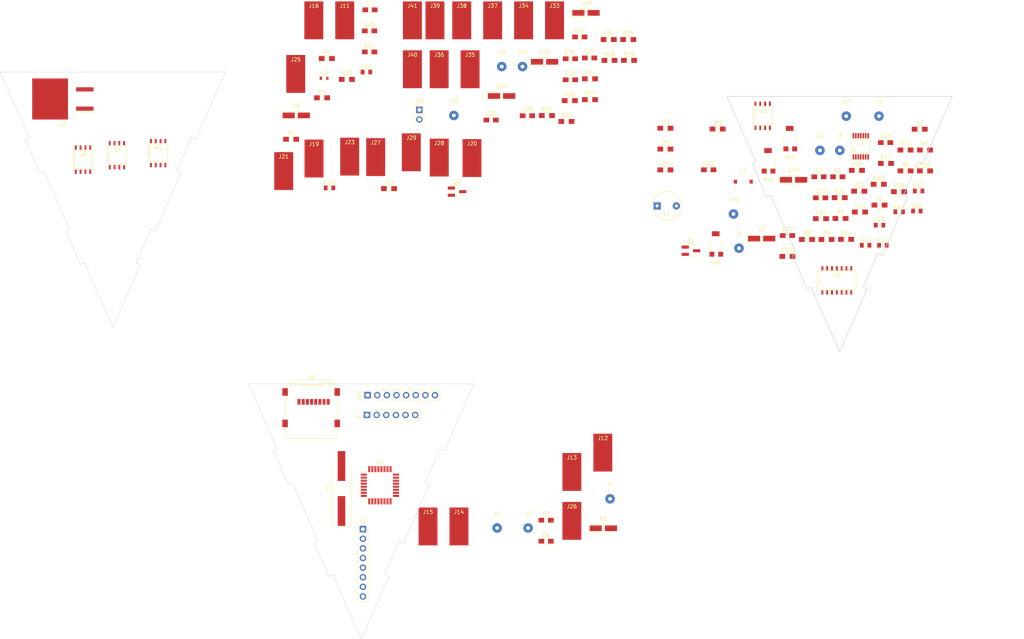
<source format=kicad_pcb>
(kicad_pcb (version 20170123) (host pcbnew no-vcs-found)
  (layers (0 F.Cu signal) (31 B.Cu signal) (34 B.Paste user) (35 F.Paste user) (36 B.SilkS user) (37 F.SilkS user) (38 B.Mask user) (39 F.Mask user) (44 Edge.Cuts user))
  (net 0 "")
  (net 1 GND)
  (net 2 "Net-(C1-Pad1)")
  (net 3 "Net-(C2-Pad2)")
  (net 4 "Net-(C2-Pad1)")
  (net 5 "Net-(C18-Pad1)")
  (net 6 "Net-(C10-Pad1)")
  (net 7 "Net-(C5-Pad1)")
  (net 8 +3V3)
  (net 9 "Net-(C7-Pad1)")
  (net 10 +5V)
  (net 11 "Net-(C10-Pad2)")
  (net 12 /PWM_LP_OUT)
  (net 13 VCC)
  (net 14 "Net-(C13-Pad1)")
  (net 15 "Net-(C14-Pad1)")
  (net 16 "Net-(C16-Pad2)")
  (net 17 "/fm radio/THER_OUT")
  (net 18 "Net-(C18-Pad2)")
  (net 19 "Net-(C19-Pad2)")
  (net 20 "Net-(C19-Pad1)")
  (net 21 "Net-(C20-Pad1)")
  (net 22 "Net-(C20-Pad2)")
  (net 23 "Net-(C21-Pad1)")
  (net 24 "Net-(C23-Pad1)")
  (net 25 "Net-(C24-Pad1)")
  (net 26 "Net-(C24-Pad2)")
  (net 27 "Net-(C25-Pad1)")
  (net 28 "Net-(C26-Pad1)")
  (net 29 "Net-(C26-Pad2)")
  (net 30 /sensorboard/HF_OUTT)
  (net 31 "Net-(C29-Pad1)")
  (net 32 "Net-(C29-Pad2)")
  (net 33 "Net-(C30-Pad1)")
  (net 34 "Net-(C30-Pad2)")
  (net 35 "Net-(C31-Pad1)")
  (net 36 "Net-(C33-Pad1)")
  (net 37 "Net-(D1-Pad2)")
  (net 38 /TX)
  (net 39 /SDA)
  (net 40 /SCL)
  (net 41 /ADC_CO2)
  (net 42 /ADC_LIGHT)
  (net 43 /SPARE_ADC)
  (net 44 /ADC_MUSHROOM)
  (net 45 /SCK)
  (net 46 /MISO)
  (net 47 /MOSI)
  (net 48 "Net-(J7-Pad5)")
  (net 49 "Net-(J8-Pad1)")
  (net 50 /SS)
  (net 51 "Net-(J8-Pad8)")
  (net 52 "Net-(J8-Pad9)")
  (net 53 "Net-(J10-Pad3)")
  (net 54 /TEMP_CS)
  (net 55 "Net-(J10-Pad8)")
  (net 56 /MUSH_555)
  (net 57 "/fm radio/PWM_LF_OUTT")
  (net 58 "/fm radio/HF_OUTT")
  (net 59 "Net-(J24-Pad1)")
  (net 60 /RF_EN)
  (net 61 "/fm radio/RF_EN")
  (net 62 "/fm radio/555_OUTT")
  (net 63 /sensorboard/SDA)
  (net 64 /sensorboard/SCL)
  (net 65 /sensorboard/MUSH_555)
  (net 66 "Net-(JP1-Pad2)")
  (net 67 "Net-(M1-Pad5)")
  (net 68 "Net-(M1-Pad6)")
  (net 69 "Net-(M1-Pad7)")
  (net 70 /PWM_OUT)
  (net 71 "Net-(R16-Pad1)")
  (net 72 "Net-(R11-Pad2)")
  (net 73 "Net-(R10-Pad1)")
  (net 74 "Net-(R11-Pad1)")
  (net 75 "Net-(R12-Pad2)")
  (net 76 "Net-(R12-Pad1)")
  (net 77 "Net-(R14-Pad1)")
  (net 78 "Net-(R18-Pad1)")
  (net 79 "Net-(R19-Pad1)")
  (net 80 "Net-(R20-Pad1)")
  (net 81 "Net-(R21-Pad1)")
  (net 82 "Net-(R22-Pad2)")
  (net 83 "Net-(R24-Pad2)")
  (net 84 "Net-(R26-Pad2)")
  (net 85 "Net-(RV3-Pad3)")
  (net 86 "Net-(U1-Pad2)")
  (net 87 "Net-(U1-Pad9)")
  (net 88 "Net-(U1-Pad10)")
  (net 89 "Net-(U1-Pad11)")
  (net 90 "Net-(U1-Pad19)")
  (net 91 "Net-(U1-Pad22)")
  (net 92 "Net-(U1-Pad30)")
  (net 93 "Net-(U6-Pad8)")
  (net 94 "Net-(U6-Pad5)")
  (net 95 "Net-(U6-Pad1)")
  (net 96 "Net-(U7-Pad5)")
  (module new_kicad:Potentiometer_Trimmer-23Breichelt (layer F.Cu) (at 222.377291 82.7014)
    (fp_text reference RV1 (at 0 3.83) (layer F.SilkS))
    (fp_text value 10K)
    (pad 2 smd rect (at -0.1 -3.8) (size 2 1.3) (layers F.Cu F.Paste F.Mask) (net 75 "Net-(R12-Pad2)"))
    (pad 3 smd rect (at 1.2 1.6) (size 1.3 1.3) (layers F.Cu F.Paste F.Mask) (net 73 "Net-(R10-Pad1)"))
    (pad 1 smd rect (at -1.1 1.6) (size 1.3 1.3) (layers F.Cu F.Paste F.Mask) (net 75 "Net-(R12-Pad2)"))
  )
  (module new_kicad:Potentiometer_Trimmer-23Breichelt (layer F.Cu) (at 236.157291 60.7614)
    (fp_text reference RV2 (at 0 3.83) (layer F.SilkS))
    (fp_text value 2.5K)
    (pad 2 smd rect (at -0.1 -3.8) (size 2 1.3) (layers F.Cu F.Paste F.Mask) (net 22 "Net-(C20-Pad2)"))
    (pad 3 smd rect (at 1.2 1.6) (size 1.3 1.3) (layers F.Cu F.Paste F.Mask) (net 22 "Net-(C20-Pad2)"))
    (pad 1 smd rect (at -1.1 1.6) (size 1.3 1.3) (layers F.Cu F.Paste F.Mask) (net 81 "Net-(R21-Pad1)"))
  )
  (module new_kicad:Potentiometer_Trimmer-23Breichelt (layer F.Cu) (at 241.897291 54.9014)
    (fp_text reference RV3 (at 0 3.83) (layer F.SilkS))
    (fp_text value 10K)
    (pad 2 smd rect (at -0.1 -3.8) (size 2 1.3) (layers F.Cu F.Paste F.Mask) (net 3 "Net-(C2-Pad2)"))
    (pad 3 smd rect (at 1.2 1.6) (size 1.3 1.3) (layers F.Cu F.Paste F.Mask) (net 85 "Net-(RV3-Pad3)"))
    (pad 1 smd rect (at -1.1 1.6) (size 1.3 1.3) (layers F.Cu F.Paste F.Mask) (net 66 "Net-(JP1-Pad2)"))
  )
  (module Capacitors_SMD:C_0805_HandSoldering (layer F.Cu) (at 254.457291 63.8714)
    (fp_text reference C1 (at 0 -1.75) (layer F.SilkS))
    (fp_text value 10nF)
    (pad 2 smd rect (at 1.25 0) (size 1.5 1.25) (layers F.Cu F.Paste F.Mask) (net 1 GND))
    (pad 1 smd rect (at -1.25 0) (size 1.5 1.25) (layers F.Cu F.Paste F.Mask) (net 2 "Net-(C1-Pad1)"))
  )
  (module Capacitors_Tantalum_SMD:CP_Tantalum_Case-A_EIA-3216-18_Hand (layer F.Cu) (at 234.387291 80.1814)
    (fp_text reference C2 (at 0 -2.55) (layer F.SilkS))
    (fp_text value 1uF)
    (pad 2 smd rect (at 2 0) (size 3.2 1.5) (layers F.Cu F.Paste F.Mask) (net 3 "Net-(C2-Pad2)"))
    (pad 1 smd rect (at -2 0) (size 3.2 1.5) (layers F.Cu F.Paste F.Mask) (net 4 "Net-(C2-Pad1)"))
  )
  (module Capacitors_SMD:C_0805_HandSoldering (layer F.Cu) (at 249.507291 63.8714)
    (fp_text reference C3 (at 0 -1.75) (layer F.SilkS))
    (fp_text value 10nF)
    (pad 1 smd rect (at -1.25 0) (size 1.5 1.25) (layers F.Cu F.Paste F.Mask) (net 5 "Net-(C18-Pad1)"))
    (pad 2 smd rect (at 1.25 0) (size 1.5 1.25) (layers F.Cu F.Paste F.Mask) (net 1 GND))
  )
  (module Capacitors_SMD:C_Trimmer_Murata_TZC3 (layer F.Cu) (at 229.5398 65.1637)
    (fp_text reference C4 (at 0 -2.85) (layer F.SilkS))
    (fp_text value 10pF-50pF)
    (pad 1 smd rect (at -2.075 0) (size 0.85 1) (layers F.Cu F.Paste F.Mask) (net 2 "Net-(C1-Pad1)"))
    (pad 2 smd rect (at 2.075 0) (size 0.85 1) (layers F.Cu F.Paste F.Mask) (net 6 "Net-(C10-Pad1)"))
  )
  (module Capacitors_SMD:C_0805_HandSoldering (layer F.Cu) (at 177.535214 154.5148)
    (fp_text reference C5 (at 0 -1.75) (layer F.SilkS))
    (fp_text value 100nF)
    (pad 2 smd rect (at 1.25 0) (size 1.5 1.25) (layers F.Cu F.Paste F.Mask) (net 1 GND))
    (pad 1 smd rect (at -1.25 0) (size 1.5 1.25) (layers F.Cu F.Paste F.Mask) (net 7 "Net-(C5-Pad1)"))
  )
  (module Capacitors_SMD:C_0805_HandSoldering (layer F.Cu) (at 177.535214 160.0648)
    (fp_text reference C6 (at 0 -1.75) (layer F.SilkS))
    (fp_text value 100nF)
    (pad 2 smd rect (at 1.25 0) (size 1.5 1.25) (layers F.Cu F.Paste F.Mask) (net 1 GND))
    (pad 1 smd rect (at -1.25 0) (size 1.5 1.25) (layers F.Cu F.Paste F.Mask) (net 8 +3V3))
  )
  (module Capacitors_SMD:C_0805_HandSoldering (layer F.Cu) (at 131.091214 19.8058)
    (fp_text reference C7 (at 0 -1.75) (layer F.SilkS))
    (fp_text value 100nF)
    (pad 1 smd rect (at -1.25 0) (size 1.5 1.25) (layers F.Cu F.Paste F.Mask) (net 9 "Net-(C7-Pad1)"))
    (pad 2 smd rect (at 1.25 0) (size 1.5 1.25) (layers F.Cu F.Paste F.Mask) (net 1 GND))
  )
  (module Capacitors_Tantalum_SMD:CP_Tantalum_Case-A_EIA-3216-18_Hand (layer F.Cu) (at 111.641691 47.6658)
    (fp_text reference C8 (at 0 -2.55) (layer F.SilkS))
    (fp_text value 10uF)
    (pad 1 smd rect (at -2 0) (size 3.2 1.5) (layers F.Cu F.Paste F.Mask) (net 10 +5V))
    (pad 2 smd rect (at 2 0) (size 3.2 1.5) (layers F.Cu F.Paste F.Mask) (net 1 GND))
  )
  (module Capacitors_Tantalum_SMD:CP_Tantalum_Case-A_EIA-3216-18_Hand (layer F.Cu) (at 192.635691 156.6448)
    (fp_text reference C9 (at 0 -2.55) (layer F.SilkS))
    (fp_text value 10uF)
    (pad 1 smd rect (at -2 0) (size 3.2 1.5) (layers F.Cu F.Paste F.Mask) (net 8 +3V3))
    (pad 2 smd rect (at 2 0) (size 3.2 1.5) (layers F.Cu F.Paste F.Mask) (net 1 GND))
  )
  (module Capacitors_SMD:C_0805 (layer F.Cu) (at 120.399309 66.7958)
    (fp_text reference C10 (at 0 -1.5) (layer F.SilkS))
    (fp_text value "10pf or replace conns")
    (pad 2 smd rect (at 1 0) (size 1 1.25) (layers F.Cu F.Paste F.Mask) (net 11 "Net-(C10-Pad2)"))
    (pad 1 smd rect (at -1 0) (size 1 1.25) (layers F.Cu F.Paste F.Mask) (net 6 "Net-(C10-Pad1)"))
  )
  (module Capacitors_SMD:C_0805 (layer F.Cu) (at 130.141214 36.2058)
    (fp_text reference C11 (at 0 -1.5) (layer F.SilkS))
    (fp_text value 100nF)
    (pad 1 smd rect (at -1 0) (size 1 1.25) (layers F.Cu F.Paste F.Mask) (net 12 /PWM_LP_OUT))
    (pad 2 smd rect (at 1 0) (size 1 1.25) (layers F.Cu F.Paste F.Mask) (net 1 GND))
  )
  (module Capacitors_SMD:C_0805 (layer F.Cu) (at 275.786814 67.6114)
    (fp_text reference C12 (at 0 -1.5) (layer F.SilkS))
    (fp_text value 100nF)
    (pad 1 smd rect (at -1 0) (size 1 1.25) (layers F.Cu F.Paste F.Mask) (net 13 VCC))
    (pad 2 smd rect (at 1 0) (size 1 1.25) (layers F.Cu F.Paste F.Mask) (net 1 GND))
  )
  (module Capacitors_SMD:C_0805 (layer F.Cu) (at 261.806814 81.9414)
    (fp_text reference C13 (at 0 -1.5) (layer F.SilkS))
    (fp_text value 100pF)
    (pad 2 smd rect (at 1 0) (size 1 1.25) (layers F.Cu F.Paste F.Mask) (net 1 GND))
    (pad 1 smd rect (at -1 0) (size 1 1.25) (layers F.Cu F.Paste F.Mask) (net 14 "Net-(C13-Pad1)"))
  )
  (module Capacitors_SMD:C_0805 (layer F.Cu) (at 270.646814 73.1114)
    (fp_text reference C14 (at 0 -1.5) (layer F.SilkS))
    (fp_text value 100pF)
    (pad 2 smd rect (at 1 0) (size 1 1.25) (layers F.Cu F.Paste F.Mask) (net 1 GND))
    (pad 1 smd rect (at -1 0) (size 1 1.25) (layers F.Cu F.Paste F.Mask) (net 15 "Net-(C14-Pad1)"))
  )
  (module Capacitors_SMD:C_0805 (layer F.Cu) (at 275.330623 72.9114)
    (fp_text reference C16 (at 0 -1.5) (layer F.SilkS))
    (fp_text value 10nF)
    (pad 1 smd rect (at -1 0) (size 1 1.25) (layers F.Cu F.Paste F.Mask) (net 1 GND))
    (pad 2 smd rect (at 1 0) (size 1 1.25) (layers F.Cu F.Paste F.Mask) (net 16 "Net-(C16-Pad2)"))
  )
  (module Capacitors_SMD:C_0805 (layer F.Cu) (at 266.357291 81.9414)
    (fp_text reference C17 (at 0 -1.5) (layer F.SilkS))
    (fp_text value 1nF)
    (pad 1 smd rect (at -1 0) (size 1 1.25) (layers F.Cu F.Paste F.Mask) (net 17 "/fm radio/THER_OUT"))
    (pad 2 smd rect (at 1 0) (size 1 1.25) (layers F.Cu F.Paste F.Mask) (net 1 GND))
  )
  (module Capacitors_SMD:C_0805 (layer F.Cu) (at 265.486814 76.6414)
    (fp_text reference C18 (at 0 -1.5) (layer F.SilkS))
    (fp_text value 330nF)
    (pad 2 smd rect (at 1 0) (size 1 1.25) (layers F.Cu F.Paste F.Mask) (net 18 "Net-(C18-Pad2)"))
    (pad 1 smd rect (at -1 0) (size 1 1.25) (layers F.Cu F.Paste F.Mask) (net 5 "Net-(C18-Pad1)"))
  )
  (module Capacitors_Tantalum_SMD:CP_Tantalum_Case-A_EIA-3216-18_Hand (layer F.Cu) (at 242.807291 64.6714)
    (fp_text reference C19 (at 0 -2.55) (layer F.SilkS))
    (fp_text value 10uF)
    (pad 2 smd rect (at 2 0) (size 3.2 1.5) (layers F.Cu F.Paste F.Mask) (net 19 "Net-(C19-Pad2)"))
    (pad 1 smd rect (at -2 0) (size 3.2 1.5) (layers F.Cu F.Paste F.Mask) (net 20 "Net-(C19-Pad1)"))
  )
  (module Capacitors_SMD:C_0805_HandSoldering (layer F.Cu) (at 220.4085 62.0268)
    (fp_text reference C20 (at 0 -1.75) (layer F.SilkS))
    (fp_text value 33pF)
    (pad 1 smd rect (at -1.25 0) (size 1.5 1.25) (layers F.Cu F.Paste F.Mask) (net 21 "Net-(C20-Pad1)"))
    (pad 2 smd rect (at 1.25 0) (size 1.5 1.25) (layers F.Cu F.Paste F.Mask) (net 22 "Net-(C20-Pad2)"))
  )
  (module Capacitors_SMD:C_0805_HandSoldering (layer F.Cu) (at 267.077291 54.8414)
    (fp_text reference C21 (at 0 -1.75) (layer F.SilkS))
    (fp_text value 33pF)
    (pad 1 smd rect (at -1.25 0) (size 1.5 1.25) (layers F.Cu F.Paste F.Mask) (net 23 "Net-(C21-Pad1)"))
    (pad 2 smd rect (at 1.25 0) (size 1.5 1.25) (layers F.Cu F.Paste F.Mask) (net 21 "Net-(C20-Pad1)"))
  )
  (module Capacitors_SMD:C_0805_HandSoldering (layer F.Cu) (at 241.196814 79.3814)
    (fp_text reference C22 (at 0 -1.75) (layer F.SilkS))
    (fp_text value 100nF)
    (pad 2 smd rect (at 1.25 0) (size 1.5 1.25) (layers F.Cu F.Paste F.Mask) (net 1 GND))
    (pad 1 smd rect (at -1.25 0) (size 1.5 1.25) (layers F.Cu F.Paste F.Mask) (net 13 VCC))
  )
  (module Capacitors_SMD:C_0805_HandSoldering (layer F.Cu) (at 249.927291 69.4214)
    (fp_text reference C23 (at 0 -1.75) (layer F.SilkS))
    (fp_text value 10pF)
    (pad 2 smd rect (at 1.25 0) (size 1.5 1.25) (layers F.Cu F.Paste F.Mask) (net 23 "Net-(C21-Pad1)"))
    (pad 1 smd rect (at -1.25 0) (size 1.5 1.25) (layers F.Cu F.Paste F.Mask) (net 24 "Net-(C23-Pad1)"))
  )
  (module Capacitors_SMD:C_0805_HandSoldering (layer F.Cu) (at 130.981691 30.9058)
    (fp_text reference C24 (at 0 -1.75) (layer F.SilkS))
    (fp_text value 22pF)
    (pad 1 smd rect (at -1.25 0) (size 1.5 1.25) (layers F.Cu F.Paste F.Mask) (net 25 "Net-(C24-Pad1)"))
    (pad 2 smd rect (at 1.25 0) (size 1.5 1.25) (layers F.Cu F.Paste F.Mask) (net 26 "Net-(C24-Pad2)"))
  )
  (module Capacitors_SMD:C_0805_HandSoldering (layer F.Cu) (at 130.981691 25.3558)
    (fp_text reference C25 (at 0 -1.75) (layer F.SilkS))
    (fp_text value 22pF)
    (pad 2 smd rect (at 1.25 0) (size 1.5 1.25) (layers F.Cu F.Paste F.Mask) (net 26 "Net-(C24-Pad2)"))
    (pad 1 smd rect (at -1.25 0) (size 1.5 1.25) (layers F.Cu F.Paste F.Mask) (net 27 "Net-(C25-Pad1)"))
  )
  (module Capacitors_SMD:C_0805_HandSoldering (layer F.Cu) (at 183.951214 38.2658)
    (fp_text reference C26 (at 0 -1.75) (layer F.SilkS))
    (fp_text value 100nF)
    (pad 1 smd rect (at -1.25 0) (size 1.5 1.25) (layers F.Cu F.Paste F.Mask) (net 28 "Net-(C26-Pad1)"))
    (pad 2 smd rect (at 1.25 0) (size 1.5 1.25) (layers F.Cu F.Paste F.Mask) (net 29 "Net-(C26-Pad2)"))
  )
  (module Capacitors_SMD:C_0805_HandSoldering (layer F.Cu) (at 189.001691 32.5058)
    (fp_text reference C27 (at 0 -1.75) (layer F.SilkS))
    (fp_text value 10nF)
    (pad 2 smd rect (at 1.25 0) (size 1.5 1.25) (layers F.Cu F.Paste F.Mask) (net 30 /sensorboard/HF_OUTT))
    (pad 1 smd rect (at -1.25 0) (size 1.5 1.25) (layers F.Cu F.Paste F.Mask) (net 29 "Net-(C26-Pad2)"))
  )
  (module Capacitors_SMD:C_0805_HandSoldering (layer F.Cu) (at 172.601214 47.7558)
    (fp_text reference C28 (at 0 -1.75) (layer F.SilkS))
    (fp_text value 100nF)
    (pad 1 smd rect (at -1.25 0) (size 1.5 1.25) (layers F.Cu F.Paste F.Mask) (net 13 VCC))
    (pad 2 smd rect (at 1.25 0) (size 1.5 1.25) (layers F.Cu F.Paste F.Mask) (net 1 GND))
  )
  (module Capacitors_Tantalum_SMD:CP_Tantalum_Case-A_EIA-3216-18_Hand (layer F.Cu) (at 188.061691 20.6058)
    (fp_text reference C29 (at 0 -2.55) (layer F.SilkS))
    (fp_text value 2.2uF)
    (pad 1 smd rect (at -2 0) (size 3.2 1.5) (layers F.Cu F.Paste F.Mask) (net 31 "Net-(C29-Pad1)"))
    (pad 2 smd rect (at 2 0) (size 3.2 1.5) (layers F.Cu F.Paste F.Mask) (net 32 "Net-(C29-Pad2)"))
  )
  (module Capacitors_Tantalum_SMD:CP_Tantalum_Case-A_EIA-3216-18_Hand (layer F.Cu) (at 177.141691 33.5158)
    (fp_text reference C30 (at 0 -2.55) (layer F.SilkS))
    (fp_text value 2.2uF)
    (pad 1 smd rect (at -2 0) (size 3.2 1.5) (layers F.Cu F.Paste F.Mask) (net 33 "Net-(C30-Pad1)"))
    (pad 2 smd rect (at 2 0) (size 3.2 1.5) (layers F.Cu F.Paste F.Mask) (net 34 "Net-(C30-Pad2)"))
  )
  (module Capacitors_SMD:C_0805_HandSoldering (layer F.Cu) (at 183.951214 32.7158)
    (fp_text reference C31 (at 0 -1.75) (layer F.SilkS))
    (fp_text value 100nF)
    (pad 1 smd rect (at -1.25 0) (size 1.5 1.25) (layers F.Cu F.Paste F.Mask) (net 35 "Net-(C31-Pad1)"))
    (pad 2 smd rect (at 1.25 0) (size 1.5 1.25) (layers F.Cu F.Paste F.Mask) (net 1 GND))
  )
  (module Capacitors_Tantalum_SMD:CP_Tantalum_Case-A_EIA-3216-18_Hand (layer F.Cu) (at 165.791691 42.5458)
    (fp_text reference C32 (at 0 -2.55) (layer F.SilkS))
    (fp_text value 2.2uF)
    (pad 2 smd rect (at 2 0) (size 3.2 1.5) (layers F.Cu F.Paste F.Mask) (net 1 GND))
    (pad 1 smd rect (at -2 0) (size 3.2 1.5) (layers F.Cu F.Paste F.Mask) (net 8 +3V3))
  )
  (module Capacitors_SMD:C_0805_HandSoldering (layer F.Cu) (at 163.031214 48.8958)
    (fp_text reference C33 (at 0 -1.75) (layer F.SilkS))
    (fp_text value 100nF)
    (pad 1 smd rect (at -1.25 0) (size 1.5 1.25) (layers F.Cu F.Paste F.Mask) (net 36 "Net-(C33-Pad1)"))
    (pad 2 smd rect (at 1.25 0) (size 1.5 1.25) (layers F.Cu F.Paste F.Mask) (net 1 GND))
  )
  (module Capacitors_SMD:C_0805_HandSoldering (layer F.Cu) (at 186.421214 26.9558)
    (fp_text reference C34 (at 0 -1.75) (layer F.SilkS))
    (fp_text value 220nF)
    (pad 2 smd rect (at 1.25 0) (size 1.5 1.25) (layers F.Cu F.Paste F.Mask) (net 1 GND))
    (pad 1 smd rect (at -1.25 0) (size 1.5 1.25) (layers F.Cu F.Paste F.Mask) (net 8 +3V3))
  )
  (module LEDs:LED_0805_HandSoldering (layer F.Cu) (at 119.708833 32.6658)
    (fp_text reference D1 (at 0 -1.7) (layer F.SilkS))
    (fp_text value LED_Small)
    (pad 1 smd rect (at -1.35 0) (size 1.5 1.3) (layers F.Cu F.Paste F.Mask) (net 1 GND))
    (pad 2 smd rect (at 1.35 0) (size 1.5 1.3) (layers F.Cu F.Paste F.Mask) (net 37 "Net-(D1-Pad2)"))
  )
  (module Wire_Pads:SolderWirePad_single_1mmDrill (layer F.Cu) (at 164.620214 156.5748)
    (fp_text reference J1 (at 0 -3.81) (layer F.SilkS))
    (fp_text value BREAKOUT)
    (pad 1 thru_hole circle (at 0 0) (size 2.49936 2.49936) (drill 1.00076) (layers *.Cu *.Mask) (net 38 /TX))
  )
  (module Socket_Strips:Socket_Strip_Straight_1x08_Pitch2.54mm (layer F.Cu) (at 129.2352 156.8704)
    (fp_text reference J2 (at 0 -2.33) (layer F.SilkS))
    (fp_text value Conn_01x08)
    (pad 8 thru_hole oval (at 0 17.78) (size 1.7 1.7) (drill 1) (layers *.Cu *.Mask) (net 39 /SDA))
    (pad 7 thru_hole oval (at 0 15.24) (size 1.7 1.7) (drill 1) (layers *.Cu *.Mask) (net 40 /SCL))
    (pad 6 thru_hole oval (at 0 12.7) (size 1.7 1.7) (drill 1) (layers *.Cu *.Mask) (net 41 /ADC_CO2))
    (pad 5 thru_hole oval (at 0 10.16) (size 1.7 1.7) (drill 1) (layers *.Cu *.Mask) (net 42 /ADC_LIGHT))
    (pad 4 thru_hole oval (at 0 7.62) (size 1.7 1.7) (drill 1) (layers *.Cu *.Mask) (net 43 /SPARE_ADC))
    (pad 3 thru_hole oval (at 0 5.08) (size 1.7 1.7) (drill 1) (layers *.Cu *.Mask) (net 44 /ADC_MUSHROOM))
    (pad 2 thru_hole oval (at 0 2.54) (size 1.7 1.7) (drill 1) (layers *.Cu *.Mask) (net 1 GND))
    (pad 1 thru_hole rect (at 0 0) (size 1.7 1.7) (drill 1) (layers *.Cu *.Mask) (net 10 +5V))
  )
  (module Wire_Pads:SolderWirePad_single_1mmDrill (layer F.Cu) (at 172.780214 156.5748)
    (fp_text reference J3 (at 0 -3.81) (layer F.SilkS))
    (fp_text value BREAKOUT)
    (pad 1 thru_hole circle (at 0 0) (size 2.49936 2.49936) (drill 1.00076) (layers *.Cu *.Mask) (net 10 +5V))
  )
  (module Wire_Pads:SolderWirePad_single_1mmDrill (layer F.Cu) (at 194.400214 148.8748)
    (fp_text reference J4 (at 0 -3.81) (layer F.SilkS))
    (fp_text value BREAKOUT)
    (pad 1 thru_hole circle (at 0 0) (size 2.49936 2.49936) (drill 1.00076) (layers *.Cu *.Mask) (net 8 +3V3))
  )
  (module Wire_Pads:SolderWirePad_single_1mmDrill (layer F.Cu) (at 255.000861 56.9014)
    (fp_text reference J5 (at 0 -3.81) (layer F.SilkS))
    (fp_text value CAP)
    (pad 1 thru_hole circle (at 0 0) (size 2.49936 2.49936) (drill 1.00076) (layers *.Cu *.Mask) (net 6 "Net-(C10-Pad1)"))
  )
  (module Wire_Pads:SolderWirePad_single_1mmDrill (layer F.Cu) (at 228.410861 82.7214)
    (fp_text reference J6 (at 0 -3.81) (layer F.SilkS))
    (fp_text value CAP)
    (pad 1 thru_hole circle (at 0 0) (size 2.49936 2.49936) (drill 1.00076) (layers *.Cu *.Mask) (net 11 "Net-(C10-Pad2)"))
  )
  (module Socket_Strips:Socket_Strip_Straight_1x06_Pitch2.54mm (layer F.Cu) (at 130.302 126.746 90)
    (fp_text reference J7 (at 0 -2.33 90) (layer F.SilkS))
    (fp_text value CONN_01X06)
    (pad 1 thru_hole rect (at 0 0 90) (size 1.7 1.7) (drill 1) (layers *.Cu *.Mask) (net 1 GND))
    (pad 2 thru_hole oval (at 0 2.54 90) (size 1.7 1.7) (drill 1) (layers *.Cu *.Mask) (net 45 /SCK))
    (pad 3 thru_hole oval (at 0 5.08 90) (size 1.7 1.7) (drill 1) (layers *.Cu *.Mask) (net 46 /MISO))
    (pad 4 thru_hole oval (at 0 7.62 90) (size 1.7 1.7) (drill 1) (layers *.Cu *.Mask) (net 47 /MOSI))
    (pad 5 thru_hole oval (at 0 10.16 90) (size 1.7 1.7) (drill 1) (layers *.Cu *.Mask) (net 48 "Net-(J7-Pad5)"))
    (pad 6 thru_hole oval (at 0 12.7 90) (size 1.7 1.7) (drill 1) (layers *.Cu *.Mask) (net 8 +3V3))
  )
  (module Connectors:microSD_Card_Receptacle_Wurth_693072010801 (layer F.Cu) (at 115.57 125.9713)
    (fp_text reference J8 (at 0 -9.14) (layer F.SilkS))
    (fp_text value Micro_SD_Card)
    (pad 1 smd rect (at -3.2 -2.7) (size 0.8 1.5) (layers F.Cu F.Paste F.Mask) (net 49 "Net-(J8-Pad1)"))
    (pad 2 smd rect (at -2.1 -2.7) (size 0.8 1.5) (layers F.Cu F.Paste F.Mask) (net 50 /SS))
    (pad 3 smd rect (at -1 -2.7) (size 0.8 1.5) (layers F.Cu F.Paste F.Mask) (net 47 /MOSI))
    (pad 4 smd rect (at 0.1 -2.7) (size 0.8 1.5) (layers F.Cu F.Paste F.Mask) (net 8 +3V3))
    (pad 5 smd rect (at 1.2 -2.7) (size 0.8 1.5) (layers F.Cu F.Paste F.Mask) (net 45 /SCK))
    (pad 6 smd rect (at 2.3 -2.7) (size 0.8 1.5) (layers F.Cu F.Paste F.Mask) (net 1 GND))
    (pad 7 smd rect (at 3.4 -2.7) (size 0.8 1.5) (layers F.Cu F.Paste F.Mask) (net 46 /MISO))
    (pad 8 smd rect (at 4.5 -2.7) (size 0.8 1.5) (layers F.Cu F.Paste F.Mask) (net 51 "Net-(J8-Pad8)"))
    (pad 9 smd rect (at 6.875 3) (size 1.45 2) (layers F.Cu F.Paste F.Mask) (net 52 "Net-(J8-Pad9)"))
    (pad 9 smd rect (at -6.875 3) (size 1.45 2) (layers F.Cu F.Paste F.Mask) (net 52 "Net-(J8-Pad9)"))
    (pad 9 smd rect (at -6.875 -5.3) (size 1.45 2) (layers F.Cu F.Paste F.Mask) (net 52 "Net-(J8-Pad9)"))
    (pad 9 smd rect (at 6.875 -5.3) (size 1.45 2) (layers F.Cu F.Paste F.Mask) (net 52 "Net-(J8-Pad9)"))
  )
  (module Wire_Pads:SolderWirePad_single_1mmDrill (layer F.Cu) (at 265.334195 47.8714)
    (fp_text reference J9 (at 0 -3.81) (layer F.SilkS))
    (fp_text value ANTENNA)
    (pad 1 thru_hole circle (at 0 0) (size 2.49936 2.49936) (drill 1.00076) (layers *.Cu *.Mask) (net 11 "Net-(C10-Pad2)"))
  )
  (module Socket_Strips:Socket_Strip_Straight_1x08_Pitch2.54mm (layer F.Cu) (at 130.4544 121.5136 90)
    (fp_text reference J10 (at 0 -2.33 90) (layer F.SilkS))
    (fp_text value Conn_01x08)
    (pad 1 thru_hole rect (at 0 0 90) (size 1.7 1.7) (drill 1) (layers *.Cu *.Mask) (net 8 +3V3))
    (pad 2 thru_hole oval (at 0 2.54 90) (size 1.7 1.7) (drill 1) (layers *.Cu *.Mask) (net 1 GND))
    (pad 3 thru_hole oval (at 0 5.08 90) (size 1.7 1.7) (drill 1) (layers *.Cu *.Mask) (net 53 "Net-(J10-Pad3)"))
    (pad 4 thru_hole oval (at 0 7.62 90) (size 1.7 1.7) (drill 1) (layers *.Cu *.Mask) (net 45 /SCK))
    (pad 5 thru_hole oval (at 0 10.16 90) (size 1.7 1.7) (drill 1) (layers *.Cu *.Mask) (net 46 /MISO))
    (pad 6 thru_hole oval (at 0 12.7 90) (size 1.7 1.7) (drill 1) (layers *.Cu *.Mask) (net 47 /MOSI))
    (pad 7 thru_hole oval (at 0 15.24 90) (size 1.7 1.7) (drill 1) (layers *.Cu *.Mask) (net 54 /TEMP_CS))
    (pad 8 thru_hole oval (at 0 17.78 90) (size 1.7 1.7) (drill 1) (layers *.Cu *.Mask) (net 55 "Net-(J10-Pad8)"))
  )
  (module Wire_Pads:SolderWirePad_single_SMD_5x10mm (layer F.Cu) (at 124.431214 22.573301)
    (fp_text reference J11 (at 0 -3.81) (layer F.SilkS))
    (fp_text value BREAKOUT)
    (pad 1 smd rect (at 0 0) (size 5 10) (layers F.Cu F.Paste F.Mask) (net 1 GND))
  )
  (module Wire_Pads:SolderWirePad_single_SMD_5x10mm (layer F.Cu) (at 192.495214 136.672301)
    (fp_text reference J12 (at 0 -3.81) (layer F.SilkS))
    (fp_text value BREAKOUT)
    (pad 1 smd rect (at 0 0) (size 5 10) (layers F.Cu F.Paste F.Mask) (net 39 /SDA))
  )
  (module Wire_Pads:SolderWirePad_single_SMD_5x10mm (layer F.Cu) (at 184.335214 141.782301)
    (fp_text reference J13 (at 0 -3.81) (layer F.SilkS))
    (fp_text value BREAKOUT)
    (pad 1 smd rect (at 0 0) (size 5 10) (layers F.Cu F.Paste F.Mask) (net 56 /MUSH_555))
  )
  (module Wire_Pads:SolderWirePad_single_SMD_5x10mm (layer F.Cu) (at 154.555214 156.162301)
    (fp_text reference J14 (at 0 -3.81) (layer F.SilkS))
    (fp_text value BREAKOUT)
    (pad 1 smd rect (at 0 0) (size 5 10) (layers F.Cu F.Paste F.Mask) (net 10 +5V))
  )
  (module Wire_Pads:SolderWirePad_single_SMD_5x10mm (layer F.Cu) (at 146.395214 156.162301)
    (fp_text reference J15 (at 0 -3.81) (layer F.SilkS))
    (fp_text value BREAKOUT)
    (pad 1 smd rect (at 0 0) (size 5 10) (layers F.Cu F.Paste F.Mask) (net 1 GND))
  )
  (module Wire_Pads:SolderWirePad_single_SMD_5x10mm (layer F.Cu) (at 116.271214 22.573301)
    (fp_text reference J16 (at 0 -3.81) (layer F.SilkS))
    (fp_text value BREAKOUT)
    (pad 1 smd rect (at 0 0) (size 5 10) (layers F.Cu F.Paste F.Mask) (net 12 /PWM_LP_OUT))
  )
  (module Wire_Pads:SolderWirePad_single_1mmDrill (layer F.Cu) (at 256.695623 47.8714)
    (fp_text reference J17 (at 0 -3.81) (layer F.SilkS))
    (fp_text value CONN_01X01)
    (pad 1 thru_hole circle (at 0 0) (size 2.49936 2.49936) (drill 1.00076) (layers *.Cu *.Mask) (net 15 "Net-(C14-Pad1)"))
  )
  (module Wire_Pads:SolderWirePad_single_1mmDrill (layer F.Cu) (at 226.965623 73.6914)
    (fp_text reference J18 (at 0 -3.81) (layer F.SilkS))
    (fp_text value CONN_01X01)
    (pad 1 thru_hole circle (at 0 0) (size 2.49936 2.49936) (drill 1.00076) (layers *.Cu *.Mask) (net 14 "Net-(C13-Pad1)"))
  )
  (module Wire_Pads:SolderWirePad_single_SMD_5x10mm (layer F.Cu) (at 116.332 59.055)
    (fp_text reference J19 (at 0 -3.81) (layer F.SilkS))
    (fp_text value EDGE)
    (pad 1 smd rect (at 0 0) (size 5 10) (layers F.Cu F.Paste F.Mask) (net 13 VCC))
  )
  (module Wire_Pads:SolderWirePad_single_SMD_5x10mm (layer F.Cu) (at 157.988 58.928)
    (fp_text reference J20 (at 0 -3.81) (layer F.SilkS))
    (fp_text value EDGE)
    (pad 1 smd rect (at 0 0) (size 5 10) (layers F.Cu F.Paste F.Mask) (net 1 GND))
  )
  (module Wire_Pads:SolderWirePad_single_SMD_5x10mm (layer F.Cu) (at 108.331 62.357)
    (fp_text reference J21 (at 0 -3.81) (layer F.SilkS))
    (fp_text value EDGE)
    (pad 1 smd rect (at 0 0) (size 5 10) (layers F.Cu F.Paste F.Mask) (net 57 "/fm radio/PWM_LF_OUTT"))
  )
  (module Socket_Strips:Socket_Strip_Straight_1x02_Pitch2.54mm (layer F.Cu) (at 144.119309 46.2058)
    (fp_text reference J22 (at 0 -2.33) (layer F.SilkS))
    (fp_text value Conn_01x02)
    (pad 1 thru_hole rect (at 0 0) (size 1.7 1.7) (drill 1) (layers *.Cu *.Mask) (net 1 GND))
    (pad 2 thru_hole oval (at 0 2.54) (size 1.7 1.7) (drill 1) (layers *.Cu *.Mask) (net 13 VCC))
  )
  (module Wire_Pads:SolderWirePad_single_SMD_5x10mm (layer F.Cu) (at 125.73 58.547)
    (fp_text reference J23 (at 0 -3.81) (layer F.SilkS))
    (fp_text value EDGE)
    (pad 1 smd rect (at 0 0) (size 5 10) (layers F.Cu F.Paste F.Mask) (net 58 "/fm radio/HF_OUTT"))
  )
  (module Wire_Pads:SolderWirePad_single_1mmDrill (layer F.Cu) (at 249.764195 56.9014)
    (fp_text reference J24 (at 0 -3.81) (layer F.SilkS))
    (fp_text value ANTENNA)
    (pad 1 thru_hole circle (at 0 0) (size 2.49936 2.49936) (drill 1.00076) (layers *.Cu *.Mask) (net 59 "Net-(J24-Pad1)"))
  )
  (module Wire_Pads:SolderWirePad_single_SMD_5x10mm (layer F.Cu) (at 111.501214 36.723301)
    (fp_text reference J25 (at 0 -3.81) (layer F.SilkS))
    (fp_text value BREAKOUT)
    (pad 1 smd rect (at 0 0) (size 5 10) (layers F.Cu F.Paste F.Mask) (net 40 /SCL))
  )
  (module Wire_Pads:SolderWirePad_single_SMD_5x10mm (layer F.Cu) (at 184.335214 154.692301)
    (fp_text reference J26 (at 0 -3.81) (layer F.SilkS))
    (fp_text value BREAKOUT)
    (pad 1 smd rect (at 0 0) (size 5 10) (layers F.Cu F.Paste F.Mask) (net 60 /RF_EN))
  )
  (module Wire_Pads:SolderWirePad_single_SMD_5x10mm (layer F.Cu) (at 132.588 58.674)
    (fp_text reference J27 (at 0 -3.81) (layer F.SilkS))
    (fp_text value EDGE)
    (pad 1 smd rect (at 0 0) (size 5 10) (layers F.Cu F.Paste F.Mask) (net 61 "/fm radio/RF_EN"))
  )
  (module Wire_Pads:SolderWirePad_single_SMD_5x10mm (layer F.Cu) (at 149.352 58.801)
    (fp_text reference J28 (at 0 -3.81) (layer F.SilkS))
    (fp_text value EDGE)
    (pad 1 smd rect (at 0 0) (size 5 10) (layers F.Cu F.Paste F.Mask) (net 1 GND))
  )
  (module Wire_Pads:SolderWirePad_single_SMD_5x10mm (layer F.Cu) (at 141.986 57.404)
    (fp_text reference J29 (at 0 -3.81) (layer F.SilkS))
    (fp_text value EDGE)
    (pad 1 smd rect (at 0 0) (size 5 10) (layers F.Cu F.Paste F.Mask) (net 62 "/fm radio/555_OUTT"))
  )
  (module Wire_Pads:SolderWirePad_single_1mmDrill (layer F.Cu) (at 171.317166 34.7758)
    (fp_text reference J30 (at 0 -3.81) (layer F.SilkS))
    (fp_text value RFIN)
    (pad 1 thru_hole circle (at 0 0) (size 2.49936 2.49936) (drill 1.00076) (layers *.Cu *.Mask) (net 28 "Net-(C26-Pad1)"))
  )
  (module Wire_Pads:SolderWirePad_single_1mmDrill (layer F.Cu) (at 165.841928 34.7758)
    (fp_text reference J31 (at 0 -3.81) (layer F.SilkS))
    (fp_text value MUSH)
    (pad 1 thru_hole circle (at 0 0) (size 2.49936 2.49936) (drill 1.00076) (layers *.Cu *.Mask) (net 32 "Net-(C29-Pad2)"))
  )
  (module Wire_Pads:SolderWirePad_single_1mmDrill (layer F.Cu) (at 153.211928 47.6858)
    (fp_text reference J32 (at 0 -3.81) (layer F.SilkS))
    (fp_text value MUSH)
    (pad 1 thru_hole circle (at 0 0) (size 2.49936 2.49936) (drill 1.00076) (layers *.Cu *.Mask) (net 34 "Net-(C30-Pad2)"))
  )
  (module Wire_Pads:SolderWirePad_single_SMD_5x10mm (layer F.Cu) (at 179.761214 22.573301)
    (fp_text reference J33 (at 0 -3.81) (layer F.SilkS))
    (fp_text value BREAKOUT)
    (pad 1 smd rect (at 0 0) (size 5 10) (layers F.Cu F.Paste F.Mask) (net 13 VCC))
  )
  (module Wire_Pads:SolderWirePad_single_SMD_5x10mm (layer F.Cu) (at 171.601214 22.573301)
    (fp_text reference J34 (at 0 -3.81) (layer F.SilkS))
    (fp_text value BREAKOUT)
    (pad 1 smd rect (at 0 0) (size 5 10) (layers F.Cu F.Paste F.Mask) (net 8 +3V3))
  )
  (module Wire_Pads:SolderWirePad_single_SMD_5x10mm (layer F.Cu) (at 157.491214 35.483301)
    (fp_text reference J35 (at 0 -3.81) (layer F.SilkS))
    (fp_text value BREAKOUT)
    (pad 1 smd rect (at 0 0) (size 5 10) (layers F.Cu F.Paste F.Mask) (net 1 GND))
  )
  (module Wire_Pads:SolderWirePad_single_SMD_5x10mm (layer F.Cu) (at 149.331214 35.483301)
    (fp_text reference J36 (at 0 -3.81) (layer F.SilkS))
    (fp_text value BREAKOUT)
    (pad 1 smd rect (at 0 0) (size 5 10) (layers F.Cu F.Paste F.Mask) (net 63 /sensorboard/SDA))
  )
  (module Wire_Pads:SolderWirePad_single_SMD_5x10mm (layer F.Cu) (at 163.441214 22.573301)
    (fp_text reference J37 (at 0 -3.81) (layer F.SilkS))
    (fp_text value BREAKOUT)
    (pad 1 smd rect (at 0 0) (size 5 10) (layers F.Cu F.Paste F.Mask) (net 64 /sensorboard/SCL))
  )
  (module Wire_Pads:SolderWirePad_single_SMD_5x10mm (layer F.Cu) (at 155.281214 22.573301)
    (fp_text reference J38 (at 0 -3.81) (layer F.SilkS))
    (fp_text value BREAKOUT)
    (pad 1 smd rect (at 0 0) (size 5 10) (layers F.Cu F.Paste F.Mask) (net 65 /sensorboard/MUSH_555))
  )
  (module Wire_Pads:SolderWirePad_single_SMD_5x10mm (layer F.Cu) (at 148.221691 22.573301)
    (fp_text reference J39 (at 0 -3.81) (layer F.SilkS))
    (fp_text value EDGE)
    (pad 1 smd rect (at 0 0) (size 5 10) (layers F.Cu F.Paste F.Mask) (net 1 GND))
  )
  (module Wire_Pads:SolderWirePad_single_SMD_5x10mm (layer F.Cu) (at 142.271691 35.483301)
    (fp_text reference J40 (at 0 -3.81) (layer F.SilkS))
    (fp_text value EDGE)
    (pad 1 smd rect (at 0 0) (size 5 10) (layers F.Cu F.Paste F.Mask) (net 30 /sensorboard/HF_OUTT))
  )
  (module Wire_Pads:SolderWirePad_single_SMD_5x10mm (layer F.Cu) (at 142.271691 22.573301)
    (fp_text reference J41 (at 0 -3.81) (layer F.SilkS))
    (fp_text value EDGE)
    (pad 1 smd rect (at 0 0) (size 5 10) (layers F.Cu F.Paste F.Mask) (net 65 /sensorboard/MUSH_555))
  )
  (module Resistors_SMD:R_0805_HandSoldering (layer F.Cu) (at 208.996337 51.0614)
    (fp_text reference JP1 (at 0 -1.7) (layer F.SilkS))
    (fp_text value Jumper_NO_Small)
    (pad 1 smd rect (at -1.35 0) (size 1.5 1.3) (layers F.Cu F.Paste F.Mask) (net 57 "/fm radio/PWM_LF_OUTT"))
    (pad 2 smd rect (at 1.35 0) (size 1.5 1.3) (layers F.Cu F.Paste F.Mask) (net 66 "Net-(JP1-Pad2)"))
  )
  (module Resistors_SMD:R_0805_HandSoldering (layer F.Cu) (at 136.110737 66.9958)
    (fp_text reference JP2 (at 0 -1.7) (layer F.SilkS))
    (fp_text value Jumper_NO_Small)
    (pad 1 smd rect (at -1.35 0) (size 1.5 1.3) (layers F.Cu F.Paste F.Mask) (net 62 "/fm radio/555_OUTT"))
    (pad 2 smd rect (at 1.35 0) (size 1.5 1.3) (layers F.Cu F.Paste F.Mask) (net 66 "Net-(JP1-Pad2)"))
  )
  (module Resistors_SMD:R_0805_HandSoldering (layer F.Cu) (at 208.996337 56.5614)
    (fp_text reference JP3 (at 0 -1.7) (layer F.SilkS))
    (fp_text value Jumper_NO_Small)
    (pad 2 smd rect (at 1.35 0) (size 1.5 1.3) (layers F.Cu F.Paste F.Mask) (net 66 "Net-(JP1-Pad2)"))
    (pad 1 smd rect (at -1.35 0) (size 1.5 1.3) (layers F.Cu F.Paste F.Mask) (net 17 "/fm radio/THER_OUT"))
  )
  (module Resistors_SMD:R_0805_HandSoldering (layer F.Cu) (at 208.996337 62.0614)
    (fp_text reference JP4 (at 0 -1.7) (layer F.SilkS))
    (fp_text value Jumper_NO_Small)
    (pad 1 smd rect (at -1.35 0) (size 1.5 1.3) (layers F.Cu F.Paste F.Mask) (net 58 "/fm radio/HF_OUTT"))
    (pad 2 smd rect (at 1.35 0) (size 1.5 1.3) (layers F.Cu F.Paste F.Mask) (net 66 "Net-(JP1-Pad2)"))
  )
  (module Resistors_SMD:R_0805_HandSoldering (layer F.Cu) (at 222.776337 51.2614)
    (fp_text reference JP5 (at 0 -1.7) (layer F.SilkS))
    (fp_text value Jumper_NO_Small)
    (pad 1 smd rect (at -1.35 0) (size 1.5 1.3) (layers F.Cu F.Paste F.Mask) (net 18 "Net-(C18-Pad2)"))
    (pad 2 smd rect (at 1.35 0) (size 1.5 1.3) (layers F.Cu F.Paste F.Mask) (net 19 "Net-(C19-Pad2)"))
  )
  (module Inductors:INDUCTOR_V (layer F.Cu) (at 209.3595 71.5645)
    (fp_text reference L1 (at 0 1.99898) (layer F.SilkS))
    (fp_text value COIL)
    (pad 1 thru_hole rect (at -2.54 0) (size 1.905 1.905) (drill 0.8128) (layers *.Cu *.Mask) (net 2 "Net-(C1-Pad1)"))
    (pad 2 thru_hole circle (at 2.54 0) (size 1.905 1.905) (drill 0.8128) (layers *.Cu *.Mask) (net 6 "Net-(C10-Pad1)"))
  )
  (module Diodes_SMD:D_0603 (layer F.Cu) (at 118.994547 37.8658)
    (fp_text reference L2 (at 0 -1.4) (layer F.SilkS))
    (fp_text value blocking)
    (pad 2 smd rect (at 0.85 0) (size 0.6 0.8) (layers F.Cu F.Paste F.Mask) (net 7 "Net-(C5-Pad1)"))
    (pad 1 smd rect (at -0.85 0) (size 0.6 0.8) (layers F.Cu F.Paste F.Mask) (net 8 +3V3))
  )
  (module SMD_Packages:SOIC-8-N (layer F.Cu) (at 75.21448 57.6199)
    (fp_text reference M1 (at 0 -1.27) (layer F.SilkS))
    (fp_text value HIH6131)
    (pad 1 smd rect (at -1.905 3.175) (size 0.508 1.143) (layers F.Cu F.Paste F.Mask) (net 36 "Net-(C33-Pad1)"))
    (pad 2 smd rect (at -0.635 3.175) (size 0.508 1.143) (layers F.Cu F.Paste F.Mask) (net 1 GND))
    (pad 3 smd rect (at 0.635 3.175) (size 0.508 1.143) (layers F.Cu F.Paste F.Mask) (net 64 /sensorboard/SCL))
    (pad 4 smd rect (at 1.905 3.175) (size 0.508 1.143) (layers F.Cu F.Paste F.Mask) (net 63 /sensorboard/SDA))
    (pad 5 smd rect (at 1.905 -3.175) (size 0.508 1.143) (layers F.Cu F.Paste F.Mask) (net 67 "Net-(M1-Pad5)"))
    (pad 6 smd rect (at 0.635 -3.175) (size 0.508 1.143) (layers F.Cu F.Paste F.Mask) (net 68 "Net-(M1-Pad6)"))
    (pad 7 smd rect (at -0.635 -3.175) (size 0.508 1.143) (layers F.Cu F.Paste F.Mask) (net 69 "Net-(M1-Pad7)"))
    (pad 8 smd rect (at -1.905 -3.175) (size 0.508 1.143) (layers F.Cu F.Paste F.Mask) (net 8 +3V3))
  )
  (module TO_SOT_Packages_SMD:SOT-23_Handsoldering (layer F.Cu) (at 215.737291 83.3814)
    (fp_text reference Q1 (at 0 -2.5) (layer F.SilkS))
    (fp_text value BC547)
    (pad 3 smd rect (at 1.5 0) (size 1.9 0.8) (layers F.Cu F.Paste F.Mask) (net 11 "Net-(C10-Pad2)"))
    (pad 2 smd rect (at -1.5 0.95) (size 1.9 0.8) (layers F.Cu F.Paste F.Mask) (net 5 "Net-(C18-Pad1)"))
    (pad 1 smd rect (at -1.5 -0.95) (size 1.9 0.8) (layers F.Cu F.Paste F.Mask) (net 6 "Net-(C10-Pad1)"))
  )
  (module TO_SOT_Packages_SMD:SOT-23_Handsoldering (layer F.Cu) (at 154.055023 67.7958)
    (fp_text reference Q2 (at 0 -2.5) (layer F.SilkS))
    (fp_text value Q_PMOS_GSD)
    (pad 1 smd rect (at -1.5 -0.95) (size 1.9 0.8) (layers F.Cu F.Paste F.Mask) (net 61 "/fm radio/RF_EN"))
    (pad 2 smd rect (at -1.5 0.95) (size 1.9 0.8) (layers F.Cu F.Paste F.Mask) (net 13 VCC))
    (pad 3 smd rect (at 1.5 0) (size 1.9 0.8) (layers F.Cu F.Paste F.Mask) (net 2 "Net-(C1-Pad1)"))
  )
  (module Resistors_SMD:R_0805_HandSoldering (layer F.Cu) (at 110.281691 53.9658)
    (fp_text reference R1 (at 0 -1.7) (layer F.SilkS))
    (fp_text value 68R)
    (pad 1 smd rect (at -1.35 0) (size 1.5 1.3) (layers F.Cu F.Paste F.Mask) (net 12 /PWM_LP_OUT))
    (pad 2 smd rect (at 1.35 0) (size 1.5 1.3) (layers F.Cu F.Paste F.Mask) (net 70 /PWM_OUT))
  )
  (module Resistors_SMD:R_0805_HandSoldering (layer F.Cu) (at 276.087291 51.3114)
    (fp_text reference R2 (at 0 -1.7) (layer F.SilkS))
    (fp_text value 100K)
    (pad 1 smd rect (at -1.35 0) (size 1.5 1.3) (layers F.Cu F.Paste F.Mask) (net 13 VCC))
    (pad 2 smd rect (at 1.35 0) (size 1.5 1.3) (layers F.Cu F.Paste F.Mask) (net 4 "Net-(C2-Pad1)"))
  )
  (module Resistors_SMD:R_0805_HandSoldering (layer F.Cu) (at 255.177291 74.8714)
    (fp_text reference R3 (at 0 -1.7) (layer F.SilkS))
    (fp_text value 100K)
    (pad 1 smd rect (at -1.35 0) (size 1.5 1.3) (layers F.Cu F.Paste F.Mask) (net 4 "Net-(C2-Pad1)"))
    (pad 2 smd rect (at 1.35 0) (size 1.5 1.3) (layers F.Cu F.Paste F.Mask) (net 1 GND))
  )
  (module Resistors_SMD:R_0805_HandSoldering (layer F.Cu) (at 118.441691 43.0158)
    (fp_text reference R4 (at 0 -1.7) (layer F.SilkS))
    (fp_text value 10K)
    (pad 2 smd rect (at 1.35 0) (size 1.5 1.3) (layers F.Cu F.Paste F.Mask) (net 8 +3V3))
    (pad 1 smd rect (at -1.35 0) (size 1.5 1.3) (layers F.Cu F.Paste F.Mask) (net 48 "Net-(J7-Pad5)"))
  )
  (module Resistors_SMD:R_0805_HandSoldering (layer F.Cu) (at 265.477291 71.3414)
    (fp_text reference R5 (at 0 -1.7) (layer F.SilkS))
    (fp_text value 10K)
    (pad 2 smd rect (at 1.35 0) (size 1.5 1.3) (layers F.Cu F.Paste F.Mask) (net 71 "Net-(R16-Pad1)"))
    (pad 1 smd rect (at -1.35 0) (size 1.5 1.3) (layers F.Cu F.Paste F.Mask) (net 18 "Net-(C18-Pad2)"))
  )
  (module Resistors_SMD:R_0805_HandSoldering (layer F.Cu) (at 272.327291 62.3114)
    (fp_text reference R6 (at 0 -1.7) (layer F.SilkS))
    (fp_text value 27K)
    (pad 1 smd rect (at -1.35 0) (size 1.5 1.3) (layers F.Cu F.Paste F.Mask) (net 2 "Net-(C1-Pad1)"))
    (pad 2 smd rect (at 1.35 0) (size 1.5 1.3) (layers F.Cu F.Paste F.Mask) (net 5 "Net-(C18-Pad1)"))
  )
  (module Resistors_SMD:R_0805_HandSoldering (layer F.Cu) (at 277.477291 56.8114)
    (fp_text reference R7 (at 0 -1.7) (layer F.SilkS))
    (fp_text value 10K)
    (pad 2 smd rect (at 1.35 0) (size 1.5 1.3) (layers F.Cu F.Paste F.Mask) (net 1 GND))
    (pad 1 smd rect (at -1.35 0) (size 1.5 1.3) (layers F.Cu F.Paste F.Mask) (net 5 "Net-(C18-Pad1)"))
  )
  (module Resistors_SMD:R_0805_HandSoldering (layer F.Cu) (at 246.347291 80.4214)
    (fp_text reference R8 (at 0 -1.7) (layer F.SilkS))
    (fp_text value 470R)
    (pad 1 smd rect (at -1.35 0) (size 1.5 1.3) (layers F.Cu F.Paste F.Mask) (net 11 "Net-(C10-Pad2)"))
    (pad 2 smd rect (at 1.35 0) (size 1.5 1.3) (layers F.Cu F.Paste F.Mask) (net 1 GND))
  )
  (module Resistors_SMD:R_0805_HandSoldering (layer F.Cu) (at 251.497291 80.4214)
    (fp_text reference R9 (at 0 -1.7) (layer F.SilkS))
    (fp_text value 15K)
    (pad 1 smd rect (at -1.35 0) (size 1.5 1.3) (layers F.Cu F.Paste F.Mask) (net 72 "Net-(R11-Pad2)"))
    (pad 2 smd rect (at 1.35 0) (size 1.5 1.3) (layers F.Cu F.Paste F.Mask) (net 14 "Net-(C13-Pad1)"))
  )
  (module Resistors_SMD:R_0805_HandSoldering (layer F.Cu) (at 265.277291 65.8414)
    (fp_text reference R10 (at 0 -1.7) (layer F.SilkS))
    (fp_text value 10K)
    (pad 2 smd rect (at 1.35 0) (size 1.5 1.3) (layers F.Cu F.Paste F.Mask) (net 15 "Net-(C14-Pad1)"))
    (pad 1 smd rect (at -1.35 0) (size 1.5 1.3) (layers F.Cu F.Paste F.Mask) (net 73 "Net-(R10-Pad1)"))
  )
  (module Resistors_SMD:R_0805_HandSoldering (layer F.Cu) (at 260.127291 67.6714)
    (fp_text reference R11 (at 0 -1.7) (layer F.SilkS))
    (fp_text value 10K)
    (pad 1 smd rect (at -1.35 0) (size 1.5 1.3) (layers F.Cu F.Paste F.Mask) (net 74 "Net-(R11-Pad1)"))
    (pad 2 smd rect (at 1.35 0) (size 1.5 1.3) (layers F.Cu F.Paste F.Mask) (net 72 "Net-(R11-Pad2)"))
  )
  (module Resistors_SMD:R_0805_HandSoldering (layer F.Cu) (at 272.327291 56.8114)
    (fp_text reference R12 (at 0 -1.7) (layer F.SilkS))
    (fp_text value 10K)
    (pad 2 smd rect (at 1.35 0) (size 1.5 1.3) (layers F.Cu F.Paste F.Mask) (net 75 "Net-(R12-Pad2)"))
    (pad 1 smd rect (at -1.35 0) (size 1.5 1.3) (layers F.Cu F.Paste F.Mask) (net 76 "Net-(R12-Pad1)"))
  )
  (module Resistors_SMD:R_0805_HandSoldering (layer F.Cu) (at 260.327291 73.1714)
    (fp_text reference R13 (at 0 -1.7) (layer F.SilkS))
    (fp_text value 10K)
    (pad 1 smd rect (at -1.35 0) (size 1.5 1.3) (layers F.Cu F.Paste F.Mask) (net 76 "Net-(R12-Pad1)"))
    (pad 2 smd rect (at 1.35 0) (size 1.5 1.3) (layers F.Cu F.Paste F.Mask) (net 1 GND))
  )
  (module Resistors_SMD:R_0805_HandSoldering (layer F.Cu) (at 256.647291 80.3714)
    (fp_text reference R14 (at 0 -1.7) (layer F.SilkS))
    (fp_text value 10K)
    (pad 2 smd rect (at 1.35 0) (size 1.5 1.3) (layers F.Cu F.Paste F.Mask) (net 74 "Net-(R11-Pad1)"))
    (pad 1 smd rect (at -1.35 0) (size 1.5 1.3) (layers F.Cu F.Paste F.Mask) (net 77 "Net-(R14-Pad1)"))
  )
  (module Resistors_SMD:R_0805_HandSoldering (layer F.Cu) (at 182.901691 49.2658)
    (fp_text reference R15 (at 0 -1.7) (layer F.SilkS))
    (fp_text value 10K)
    (pad 1 smd rect (at -1.35 0) (size 1.5 1.3) (layers F.Cu F.Paste F.Mask) (net 65 /sensorboard/MUSH_555))
    (pad 2 smd rect (at 1.35 0) (size 1.5 1.3) (layers F.Cu F.Paste F.Mask) (net 8 +3V3))
  )
  (module Resistors_SMD:R_0805_HandSoldering (layer F.Cu) (at 277.477291 62.3114)
    (fp_text reference R16 (at 0 -1.7) (layer F.SilkS))
    (fp_text value 680R)
    (pad 2 smd rect (at 1.35 0) (size 1.5 1.3) (layers F.Cu F.Paste F.Mask) (net 16 "Net-(C16-Pad2)"))
    (pad 1 smd rect (at -1.35 0) (size 1.5 1.3) (layers F.Cu F.Paste F.Mask) (net 71 "Net-(R16-Pad1)"))
  )
  (module Resistors_SMD:R_0805_HandSoldering (layer F.Cu) (at 267.177291 60.3414)
    (fp_text reference R17 (at 0 -1.7) (layer F.SilkS))
    (fp_text value 6.8K)
    (pad 2 smd rect (at 1.35 0) (size 1.5 1.3) (layers F.Cu F.Paste F.Mask) (net 77 "Net-(R14-Pad1)"))
    (pad 1 smd rect (at -1.35 0) (size 1.5 1.3) (layers F.Cu F.Paste F.Mask) (net 17 "/fm radio/THER_OUT"))
  )
  (module Resistors_SMD:R_0805_HandSoldering (layer F.Cu) (at 270.627291 67.8114)
    (fp_text reference R18 (at 0 -1.7) (layer F.SilkS))
    (fp_text value 4.7K)
    (pad 2 smd rect (at 1.35 0) (size 1.5 1.3) (layers F.Cu F.Paste F.Mask) (net 20 "Net-(C19-Pad1)"))
    (pad 1 smd rect (at -1.35 0) (size 1.5 1.3) (layers F.Cu F.Paste F.Mask) (net 78 "Net-(R18-Pad1)"))
  )
  (module Resistors_SMD:R_0805_HandSoldering (layer F.Cu) (at 241.187291 84.8814)
    (fp_text reference R19 (at 0 -1.7) (layer F.SilkS))
    (fp_text value 47K)
    (pad 2 smd rect (at 1.35 0) (size 1.5 1.3) (layers F.Cu F.Paste F.Mask) (net 78 "Net-(R18-Pad1)"))
    (pad 1 smd rect (at -1.35 0) (size 1.5 1.3) (layers F.Cu F.Paste F.Mask) (net 79 "Net-(R19-Pad1)"))
  )
  (module Resistors_SMD:R_0805_HandSoldering (layer F.Cu) (at 259.507291 62.1714)
    (fp_text reference R20 (at 0 -1.7) (layer F.SilkS))
    (fp_text value 4.7K)
    (pad 1 smd rect (at -1.35 0) (size 1.5 1.3) (layers F.Cu F.Paste F.Mask) (net 80 "Net-(R20-Pad1)"))
    (pad 2 smd rect (at 1.35 0) (size 1.5 1.3) (layers F.Cu F.Paste F.Mask) (net 79 "Net-(R19-Pad1)"))
  )
  (module Resistors_SMD:R_0805_HandSoldering (layer F.Cu) (at 254.977291 69.3714)
    (fp_text reference R21 (at 0 -1.7) (layer F.SilkS))
    (fp_text value 1K)
    (pad 1 smd rect (at -1.35 0) (size 1.5 1.3) (layers F.Cu F.Paste F.Mask) (net 81 "Net-(R21-Pad1)"))
    (pad 2 smd rect (at 1.35 0) (size 1.5 1.3) (layers F.Cu F.Paste F.Mask) (net 80 "Net-(R20-Pad1)"))
  )
  (module Resistors_SMD:R_0805_HandSoldering (layer F.Cu) (at 250.027291 74.9214)
    (fp_text reference R22 (at 0 -1.7) (layer F.SilkS))
    (fp_text value 1K)
    (pad 2 smd rect (at 1.35 0) (size 1.5 1.3) (layers F.Cu F.Paste F.Mask) (net 82 "Net-(R22-Pad2)"))
    (pad 1 smd rect (at -1.35 0) (size 1.5 1.3) (layers F.Cu F.Paste F.Mask) (net 23 "Net-(C21-Pad1)"))
  )
  (module Resistors_SMD:R_0805_HandSoldering (layer F.Cu) (at 124.981691 38.1658)
    (fp_text reference R23 (at 0 -1.7) (layer F.SilkS))
    (fp_text value 330R)
    (pad 2 smd rect (at 1.35 0) (size 1.5 1.3) (layers F.Cu F.Paste F.Mask) (net 8 +3V3))
    (pad 1 smd rect (at -1.35 0) (size 1.5 1.3) (layers F.Cu F.Paste F.Mask) (net 37 "Net-(D1-Pad2)"))
  )
  (module Resistors_SMD:R_0805_HandSoldering (layer F.Cu) (at 189.101691 38.0058)
    (fp_text reference R24 (at 0 -1.7) (layer F.SilkS))
    (fp_text value 10K)
    (pad 2 smd rect (at 1.35 0) (size 1.5 1.3) (layers F.Cu F.Paste F.Mask) (net 83 "Net-(R24-Pad2)"))
    (pad 1 smd rect (at -1.35 0) (size 1.5 1.3) (layers F.Cu F.Paste F.Mask) (net 13 VCC))
  )
  (module Resistors_SMD:R_0805_HandSoldering (layer F.Cu) (at 199.201691 27.6458)
    (fp_text reference R25 (at 0 -1.7) (layer F.SilkS))
    (fp_text value 10K)
    (pad 1 smd rect (at -1.35 0) (size 1.5 1.3) (layers F.Cu F.Paste F.Mask) (net 83 "Net-(R24-Pad2)"))
    (pad 2 smd rect (at 1.35 0) (size 1.5 1.3) (layers F.Cu F.Paste F.Mask) (net 1 GND))
  )
  (module Resistors_SMD:R_0805_HandSoldering (layer F.Cu) (at 183.801691 43.7658)
    (fp_text reference R26 (at 0 -1.7) (layer F.SilkS))
    (fp_text value 100R)
    (pad 2 smd rect (at 1.35 0) (size 1.5 1.3) (layers F.Cu F.Paste F.Mask) (net 84 "Net-(R26-Pad2)"))
    (pad 1 smd rect (at -1.35 0) (size 1.5 1.3) (layers F.Cu F.Paste F.Mask) (net 13 VCC))
  )
  (module Resistors_SMD:R_0805_HandSoldering (layer F.Cu) (at 189.101691 43.5058)
    (fp_text reference R27 (at 0 -1.7) (layer F.SilkS))
    (fp_text value 100K)
    (pad 2 smd rect (at 1.35 0) (size 1.5 1.3) (layers F.Cu F.Paste F.Mask) (net 29 "Net-(C26-Pad2)"))
    (pad 1 smd rect (at -1.35 0) (size 1.5 1.3) (layers F.Cu F.Paste F.Mask) (net 30 /sensorboard/HF_OUTT))
  )
  (module Resistors_SMD:R_0805_HandSoldering (layer F.Cu) (at 194.251691 33.1458)
    (fp_text reference R28 (at 0 -1.7) (layer F.SilkS))
    (fp_text value 390R)
    (pad 1 smd rect (at -1.35 0) (size 1.5 1.3) (layers F.Cu F.Paste F.Mask) (net 33 "Net-(C30-Pad1)"))
    (pad 2 smd rect (at 1.35 0) (size 1.5 1.3) (layers F.Cu F.Paste F.Mask) (net 35 "Net-(C31-Pad1)"))
  )
  (module Resistors_SMD:R_0805_HandSoldering (layer F.Cu) (at 199.401691 33.1458)
    (fp_text reference R29 (at 0 -1.7) (layer F.SilkS))
    (fp_text value 150K)
    (pad 2 smd rect (at 1.35 0) (size 1.5 1.3) (layers F.Cu F.Paste F.Mask) (net 31 "Net-(C29-Pad1)"))
    (pad 1 smd rect (at -1.35 0) (size 1.5 1.3) (layers F.Cu F.Paste F.Mask) (net 35 "Net-(C31-Pad1)"))
  )
  (module Resistors_SMD:R_0805_HandSoldering (layer F.Cu) (at 177.751691 47.7058)
    (fp_text reference R30 (at 0 -1.7) (layer F.SilkS))
    (fp_text value 10K)
    (pad 2 smd rect (at 1.35 0) (size 1.5 1.3) (layers F.Cu F.Paste F.Mask) (net 8 +3V3))
    (pad 1 smd rect (at -1.35 0) (size 1.5 1.3) (layers F.Cu F.Paste F.Mask) (net 64 /sensorboard/SCL))
  )
  (module Resistors_SMD:R_0805_HandSoldering (layer F.Cu) (at 194.051691 27.6458)
    (fp_text reference R31 (at 0 -1.7) (layer F.SilkS))
    (fp_text value 10K)
    (pad 1 smd rect (at -1.35 0) (size 1.5 1.3) (layers F.Cu F.Paste F.Mask) (net 63 /sensorboard/SDA))
    (pad 2 smd rect (at 1.35 0) (size 1.5 1.3) (layers F.Cu F.Paste F.Mask) (net 8 +3V3))
  )
  (module Housings_QFP:TQFP-32_7x7mm_Pitch0.8mm (layer F.Cu) (at 133.7056 145.288)
    (fp_text reference U1 (at 0 -6.05) (layer F.SilkS))
    (fp_text value ATMEGA168A-AU)
    (pad 1 smd rect (at -4.25 -2.8) (size 1.6 0.55) (layers F.Cu F.Paste F.Mask) (net 70 /PWM_OUT))
    (pad 2 smd rect (at -4.25 -2) (size 1.6 0.55) (layers F.Cu F.Paste F.Mask) (net 86 "Net-(U1-Pad2)"))
    (pad 3 smd rect (at -4.25 -1.2) (size 1.6 0.55) (layers F.Cu F.Paste F.Mask) (net 1 GND))
    (pad 4 smd rect (at -4.25 -0.4) (size 1.6 0.55) (layers F.Cu F.Paste F.Mask) (net 8 +3V3))
    (pad 5 smd rect (at -4.25 0.4) (size 1.6 0.55) (layers F.Cu F.Paste F.Mask) (net 1 GND))
    (pad 6 smd rect (at -4.25 1.2) (size 1.6 0.55) (layers F.Cu F.Paste F.Mask) (net 8 +3V3))
    (pad 7 smd rect (at -4.25 2) (size 1.6 0.55) (layers F.Cu F.Paste F.Mask) (net 25 "Net-(C24-Pad1)"))
    (pad 8 smd rect (at -4.25 2.8) (size 1.6 0.55) (layers F.Cu F.Paste F.Mask) (net 27 "Net-(C25-Pad1)"))
    (pad 9 smd rect (at -2.8 4.25 90) (size 1.6 0.55) (layers F.Cu F.Paste F.Mask) (net 87 "Net-(U1-Pad9)"))
    (pad 10 smd rect (at -2 4.25 90) (size 1.6 0.55) (layers F.Cu F.Paste F.Mask) (net 88 "Net-(U1-Pad10)"))
    (pad 11 smd rect (at -1.2 4.25 90) (size 1.6 0.55) (layers F.Cu F.Paste F.Mask) (net 89 "Net-(U1-Pad11)"))
    (pad 12 smd rect (at -0.4 4.25 90) (size 1.6 0.55) (layers F.Cu F.Paste F.Mask) (net 60 /RF_EN))
    (pad 13 smd rect (at 0.4 4.25 90) (size 1.6 0.55) (layers F.Cu F.Paste F.Mask) (net 54 /TEMP_CS))
    (pad 14 smd rect (at 1.2 4.25 90) (size 1.6 0.55) (layers F.Cu F.Paste F.Mask) (net 50 /SS))
    (pad 15 smd rect (at 2 4.25 90) (size 1.6 0.55) (layers F.Cu F.Paste F.Mask) (net 47 /MOSI))
    (pad 16 smd rect (at 2.8 4.25 90) (size 1.6 0.55) (layers F.Cu F.Paste F.Mask) (net 46 /MISO))
    (pad 17 smd rect (at 4.25 2.8) (size 1.6 0.55) (layers F.Cu F.Paste F.Mask) (net 45 /SCK))
    (pad 18 smd rect (at 4.25 2) (size 1.6 0.55) (layers F.Cu F.Paste F.Mask) (net 7 "Net-(C5-Pad1)"))
    (pad 19 smd rect (at 4.25 1.2) (size 1.6 0.55) (layers F.Cu F.Paste F.Mask) (net 90 "Net-(U1-Pad19)"))
    (pad 20 smd rect (at 4.25 0.4) (size 1.6 0.55) (layers F.Cu F.Paste F.Mask) (net 9 "Net-(C7-Pad1)"))
    (pad 21 smd rect (at 4.25 -0.4) (size 1.6 0.55) (layers F.Cu F.Paste F.Mask) (net 1 GND))
    (pad 22 smd rect (at 4.25 -1.2) (size 1.6 0.55) (layers F.Cu F.Paste F.Mask) (net 91 "Net-(U1-Pad22)"))
    (pad 23 smd rect (at 4.25 -2) (size 1.6 0.55) (layers F.Cu F.Paste F.Mask) (net 42 /ADC_LIGHT))
    (pad 24 smd rect (at 4.25 -2.8) (size 1.6 0.55) (layers F.Cu F.Paste F.Mask) (net 44 /ADC_MUSHROOM))
    (pad 25 smd rect (at 2.8 -4.25 90) (size 1.6 0.55) (layers F.Cu F.Paste F.Mask) (net 43 /SPARE_ADC))
    (pad 26 smd rect (at 2 -4.25 90) (size 1.6 0.55) (layers F.Cu F.Paste F.Mask) (net 41 /ADC_CO2))
    (pad 27 smd rect (at 1.2 -4.25 90) (size 1.6 0.55) (layers F.Cu F.Paste F.Mask) (net 39 /SDA))
    (pad 28 smd rect (at 0.4 -4.25 90) (size 1.6 0.55) (layers F.Cu F.Paste F.Mask) (net 40 /SCL))
    (pad 29 smd rect (at -0.4 -4.25 90) (size 1.6 0.55) (layers F.Cu F.Paste F.Mask) (net 48 "Net-(J7-Pad5)"))
    (pad 30 smd rect (at -1.2 -4.25 90) (size 1.6 0.55) (layers F.Cu F.Paste F.Mask) (net 92 "Net-(U1-Pad30)"))
    (pad 31 smd rect (at -2 -4.25 90) (size 1.6 0.55) (layers F.Cu F.Paste F.Mask) (net 38 /TX))
    (pad 32 smd rect (at -2.8 -4.25 90) (size 1.6 0.55) (layers F.Cu F.Paste F.Mask) (net 56 /MUSH_555))
  )
  (module TO_SOT_Packages_SMD:TO-263-2 (layer F.Cu) (at 50.1015 43.3451 180)
    (fp_text reference U2 (at 0 -6.65 180) (layer F.SilkS))
    (fp_text value LM1117-3.3)
    (pad 1 smd rect (at -5.775 -2.54 180) (size 4.6 1.1) (layers F.Cu F.Paste F.Mask) (net 1 GND))
    (pad 3 smd rect (at -5.775 2.54 180) (size 4.6 1.1) (layers F.Cu F.Paste F.Mask) (net 10 +5V))
    (pad 2 smd rect (at 3.375 0 180) (size 9.4 10.8) (layers F.Cu F.Mask) (net 8 +3V3))
    (pad 2 smd rect (at 5.8 2.775 180) (size 4.55 5.25) (layers F.Cu F.Paste) (net 8 +3V3))
    (pad 2 smd rect (at 0.95 -2.775 180) (size 4.55 5.25) (layers F.Cu F.Paste) (net 8 +3V3))
    (pad 2 smd rect (at 5.8 -2.775 180) (size 4.55 5.25) (layers F.Cu F.Paste) (net 8 +3V3))
    (pad 2 smd rect (at 0.95 2.775 180) (size 4.55 5.25) (layers F.Cu F.Paste) (net 8 +3V3))
  )
  (module SMD_Packages:SOIC-8-N (layer F.Cu) (at 234.6579 47.7774)
    (fp_text reference U3 (at 0 -1.27) (layer F.SilkS))
    (fp_text value MCP602)
    (pad 8 smd rect (at -1.905 -3.175) (size 0.508 1.143) (layers F.Cu F.Paste F.Mask) (net 13 VCC))
    (pad 7 smd rect (at -0.635 -3.175) (size 0.508 1.143) (layers F.Cu F.Paste F.Mask) (net 18 "Net-(C18-Pad2)"))
    (pad 6 smd rect (at 0.635 -3.175) (size 0.508 1.143) (layers F.Cu F.Paste F.Mask) (net 71 "Net-(R16-Pad1)"))
    (pad 5 smd rect (at 1.905 -3.175) (size 0.508 1.143) (layers F.Cu F.Paste F.Mask) (net 4 "Net-(C2-Pad1)"))
    (pad 4 smd rect (at 1.905 3.175) (size 0.508 1.143) (layers F.Cu F.Paste F.Mask) (net 1 GND))
    (pad 3 smd rect (at 0.635 3.175) (size 0.508 1.143) (layers F.Cu F.Paste F.Mask) (net 76 "Net-(R12-Pad1)"))
    (pad 2 smd rect (at -0.635 3.175) (size 0.508 1.143) (layers F.Cu F.Paste F.Mask) (net 74 "Net-(R11-Pad1)"))
    (pad 1 smd rect (at -1.905 3.175) (size 0.508 1.143) (layers F.Cu F.Paste F.Mask) (net 77 "Net-(R14-Pad1)"))
  )
  (module SMD_Packages:SSOP-14 (layer F.Cu) (at 260.526814 55.8264)
    (fp_text reference U4 (at 0 -0.762) (layer F.SilkS))
    (fp_text value HEF4093B)
    (pad 1 smd rect (at -1.9304 2.794) (size 0.4318 1.397) (layers F.Cu F.Paste F.Mask) (net 13 VCC))
    (pad 2 smd rect (at -1.2954 2.794) (size 0.4318 1.397) (layers F.Cu F.Paste F.Mask) (net 14 "Net-(C13-Pad1)"))
    (pad 3 smd rect (at -0.635 2.794) (size 0.4318 1.397) (layers F.Cu F.Paste F.Mask) (net 72 "Net-(R11-Pad2)"))
    (pad 4 smd rect (at 0 2.794) (size 0.4318 1.397) (layers F.Cu F.Paste F.Mask) (net 75 "Net-(R12-Pad2)"))
    (pad 5 smd rect (at 0.6604 2.794) (size 0.4318 1.397) (layers F.Cu F.Paste F.Mask) (net 13 VCC))
    (pad 6 smd rect (at 1.3081 2.794) (size 0.4318 1.397) (layers F.Cu F.Paste F.Mask) (net 15 "Net-(C14-Pad1)"))
    (pad 7 smd rect (at 1.9558 2.794) (size 0.4318 1.397) (layers F.Cu F.Paste F.Mask))
    (pad 8 smd rect (at 1.9558 -2.794) (size 0.4318 1.397) (layers F.Cu F.Paste F.Mask))
    (pad 9 smd rect (at 1.3081 -2.794) (size 0.4318 1.397) (layers F.Cu F.Paste F.Mask))
    (pad 10 smd rect (at 0.6604 -2.794) (size 0.4318 1.397) (layers F.Cu F.Paste F.Mask))
    (pad 11 smd rect (at 0 -2.794) (size 0.4318 1.397) (layers F.Cu F.Paste F.Mask))
    (pad 12 smd rect (at -0.6477 -2.794) (size 0.4318 1.397) (layers F.Cu F.Paste F.Mask))
    (pad 13 smd rect (at -1.2954 -2.794) (size 0.4318 1.397) (layers F.Cu F.Paste F.Mask))
    (pad 14 smd rect (at -1.9431 -2.794) (size 0.4318 1.397) (layers F.Cu F.Paste F.Mask))
  )
  (module SMD_Packages:SOIC-14_N (layer F.Cu) (at 254.2159 91.0844)
    (fp_text reference U5 (at 0 -1.27) (layer F.SilkS))
    (fp_text value 74HC04)
    (pad 1 smd rect (at -3.81 3.302) (size 0.508 1.143) (layers F.Cu F.Paste F.Mask) (net 78 "Net-(R18-Pad1)"))
    (pad 2 smd rect (at -2.54 3.302) (size 0.508 1.143) (layers F.Cu F.Paste F.Mask) (net 79 "Net-(R19-Pad1)"))
    (pad 3 smd rect (at -1.27 3.302) (size 0.508 1.143) (layers F.Cu F.Paste F.Mask) (net 22 "Net-(C20-Pad2)"))
    (pad 4 smd rect (at 0 3.302) (size 0.508 1.143) (layers F.Cu F.Paste F.Mask) (net 80 "Net-(R20-Pad1)"))
    (pad 5 smd rect (at 1.27 3.302) (size 0.508 1.143) (layers F.Cu F.Paste F.Mask) (net 80 "Net-(R20-Pad1)"))
    (pad 6 smd rect (at 2.54 3.302) (size 0.508 1.143) (layers F.Cu F.Paste F.Mask) (net 21 "Net-(C20-Pad1)"))
    (pad 7 smd rect (at 3.81 3.302) (size 0.508 1.143) (layers F.Cu F.Paste F.Mask))
    (pad 8 smd rect (at 3.81 -3.048) (size 0.508 1.143) (layers F.Cu F.Paste F.Mask) (net 59 "Net-(J24-Pad1)"))
    (pad 9 smd rect (at 2.54 -3.048) (size 0.508 1.143) (layers F.Cu F.Paste F.Mask) (net 24 "Net-(C23-Pad1)"))
    (pad 11 smd rect (at 0 -3.048) (size 0.508 1.143) (layers F.Cu F.Paste F.Mask) (net 82 "Net-(R22-Pad2)"))
    (pad 12 smd rect (at -1.27 -3.048) (size 0.508 1.143) (layers F.Cu F.Paste F.Mask) (net 82 "Net-(R22-Pad2)"))
    (pad 13 smd rect (at -2.54 -3.048) (size 0.508 1.143) (layers F.Cu F.Paste F.Mask) (net 23 "Net-(C21-Pad1)"))
    (pad 14 smd rect (at -3.81 -3.048) (size 0.508 1.143) (layers F.Cu F.Paste F.Mask))
    (pad 10 smd rect (at 1.27 -3.048) (size 0.508 1.143) (layers F.Cu F.Paste F.Mask) (net 24 "Net-(C23-Pad1)"))
  )
  (module SMD_Packages:SOIC-8-N (layer F.Cu) (at 55.3974 59.3471)
    (fp_text reference U6 (at 0 -1.27) (layer F.SilkS))
    (fp_text value OP07)
    (pad 8 smd rect (at -1.905 -3.175) (size 0.508 1.143) (layers F.Cu F.Paste F.Mask) (net 93 "Net-(U6-Pad8)"))
    (pad 7 smd rect (at -0.635 -3.175) (size 0.508 1.143) (layers F.Cu F.Paste F.Mask) (net 84 "Net-(R26-Pad2)"))
    (pad 6 smd rect (at 0.635 -3.175) (size 0.508 1.143) (layers F.Cu F.Paste F.Mask) (net 30 /sensorboard/HF_OUTT))
    (pad 5 smd rect (at 1.905 -3.175) (size 0.508 1.143) (layers F.Cu F.Paste F.Mask) (net 94 "Net-(U6-Pad5)"))
    (pad 4 smd rect (at 1.905 3.175) (size 0.508 1.143) (layers F.Cu F.Paste F.Mask) (net 1 GND))
    (pad 3 smd rect (at 0.635 3.175) (size 0.508 1.143) (layers F.Cu F.Paste F.Mask) (net 83 "Net-(R24-Pad2)"))
    (pad 2 smd rect (at -0.635 3.175) (size 0.508 1.143) (layers F.Cu F.Paste F.Mask) (net 29 "Net-(C26-Pad2)"))
    (pad 1 smd rect (at -1.905 3.175) (size 0.508 1.143) (layers F.Cu F.Paste F.Mask) (net 95 "Net-(U6-Pad1)"))
  )
  (module SMD_Packages:SOIC-8-N (layer F.Cu) (at 64.34074 58.17616)
    (fp_text reference U7 (at 0 -1.27) (layer F.SilkS))
    (fp_text value LMC555xM)
    (pad 1 smd rect (at -1.905 3.175) (size 0.508 1.143) (layers F.Cu F.Paste F.Mask) (net 1 GND))
    (pad 2 smd rect (at -0.635 3.175) (size 0.508 1.143) (layers F.Cu F.Paste F.Mask) (net 35 "Net-(C31-Pad1)"))
    (pad 3 smd rect (at 0.635 3.175) (size 0.508 1.143) (layers F.Cu F.Paste F.Mask) (net 31 "Net-(C29-Pad1)"))
    (pad 4 smd rect (at 1.905 3.175) (size 0.508 1.143) (layers F.Cu F.Paste F.Mask) (net 8 +3V3))
    (pad 5 smd rect (at 1.905 -3.175) (size 0.508 1.143) (layers F.Cu F.Paste F.Mask) (net 96 "Net-(U7-Pad5)"))
    (pad 6 smd rect (at 0.635 -3.175) (size 0.508 1.143) (layers F.Cu F.Paste F.Mask) (net 35 "Net-(C31-Pad1)"))
    (pad 7 smd rect (at -0.635 -3.175) (size 0.508 1.143) (layers F.Cu F.Paste F.Mask) (net 65 /sensorboard/MUSH_555))
    (pad 8 smd rect (at -1.905 -3.175) (size 0.508 1.143) (layers F.Cu F.Paste F.Mask) (net 8 +3V3))
  )
  (module Crystals:Crystal_SMD_HC49-SD_HandSoldering (layer F.Cu) (at 123.571 146.1516 90)
    (fp_text reference Y1 (at 0 -3.55 90) (layer F.SilkS))
    (fp_text value "16 MHz")
    (pad 1 smd rect (at -5.9375 0 90) (size 7.875 2) (layers F.Cu F.Paste F.Mask) (net 27 "Net-(C25-Pad1)"))
    (pad 2 smd rect (at 5.9375 0 90) (size 7.875 2) (layers F.Cu F.Paste F.Mask) (net 25 "Net-(C24-Pad1)"))
  )
  (gr_line (start 150.677 136.2608) (end 158.5016 118.5157) (layer Edge.Cuts) (width 0.1))
  (gr_line (start 149.5333 135.7563) (end 150.677 136.2608) (layer Edge.Cuts) (width 0.1))
  (gr_line (start 145.6186 144.6364) (end 149.5333 135.7563) (layer Edge.Cuts) (width 0.1))
  (gr_line (start 146.7623 145.1423) (end 145.6186 144.6364) (layer Edge.Cuts) (width 0.1))
  (gr_line (start 139.985 160.5115) (end 146.7623 145.1423) (layer Edge.Cuts) (width 0.1))
  (gr_line (start 138.8427 160.0057) (end 139.985 160.5115) (layer Edge.Cuts) (width 0.1))
  (gr_line (start 134.9262 168.8858) (end 138.8427 160.0057) (layer Edge.Cuts) (width 0.1))
  (gr_line (start 136.0699 169.3902) (end 134.9262 168.8858) (layer Edge.Cuts) (width 0.1))
  (gr_line (start 128.7939 185.894927) (end 136.0699 169.3902) (layer Edge.Cuts) (width 0.1))
  (gr_line (start 121.2836 168.861) (end 128.7939 185.894927) (layer Edge.Cuts) (width 0.1))
  (gr_line (start 120.2294 169.3268) (end 121.2836 168.861) (layer Edge.Cuts) (width 0.1))
  (gr_line (start 116.353 160.5335) (end 120.2294 169.3268) (layer Edge.Cuts) (width 0.1))
  (gr_line (start 117.4072 160.0691) (end 116.353 160.5335) (layer Edge.Cuts) (width 0.1))
  (gr_line (start 110.5928 144.6131) (end 117.4072 160.0691) (layer Edge.Cuts) (width 0.1))
  (gr_line (start 109.5372 145.0774) (end 110.5928 144.6131) (layer Edge.Cuts) (width 0.1))
  (gr_line (start 105.66079 136.2841) (end 109.5372 145.0774) (layer Edge.Cuts) (width 0.1))
  (gr_line (start 106.715 135.8198) (end 105.66079 136.2841) (layer Edge.Cuts) (width 0.1))
  (gr_line (start 99.086183 118.5157) (end 106.715 135.8198) (layer Edge.Cuts) (width 0.1))
  (gr_line (start 158.5016 118.5157) (end 99.086183 118.5157) (layer Edge.Cuts) (width 0.1))
  (gr_line (start 85.145 53.9648) (end 92.9696 36.2197) (layer Edge.Cuts) (width 0.1))
  (gr_line (start 84.0013 53.4603) (end 85.145 53.9648) (layer Edge.Cuts) (width 0.1))
  (gr_line (start 80.0866 62.3404) (end 84.0013 53.4603) (layer Edge.Cuts) (width 0.1))
  (gr_line (start 81.2303 62.8463) (end 80.0866 62.3404) (layer Edge.Cuts) (width 0.1))
  (gr_line (start 74.453 78.2155) (end 81.2303 62.8463) (layer Edge.Cuts) (width 0.1))
  (gr_line (start 73.3107 77.7097) (end 74.453 78.2155) (layer Edge.Cuts) (width 0.1))
  (gr_line (start 69.3942 86.5898) (end 73.3107 77.7097) (layer Edge.Cuts) (width 0.1))
  (gr_line (start 70.5379 87.0942) (end 69.3942 86.5898) (layer Edge.Cuts) (width 0.1))
  (gr_line (start 63.2619 103.598927) (end 70.5379 87.0942) (layer Edge.Cuts) (width 0.1))
  (gr_line (start 55.7516 86.565) (end 63.2619 103.598927) (layer Edge.Cuts) (width 0.1))
  (gr_line (start 54.6974 87.0308) (end 55.7516 86.565) (layer Edge.Cuts) (width 0.1))
  (gr_line (start 50.821 78.2375) (end 54.6974 87.0308) (layer Edge.Cuts) (width 0.1))
  (gr_line (start 51.8752 77.7731) (end 50.821 78.2375) (layer Edge.Cuts) (width 0.1))
  (gr_line (start 45.0608 62.3171) (end 51.8752 77.7731) (layer Edge.Cuts) (width 0.1))
  (gr_line (start 44.0052 62.7814) (end 45.0608 62.3171) (layer Edge.Cuts) (width 0.1))
  (gr_line (start 40.12879 53.9881) (end 44.0052 62.7814) (layer Edge.Cuts) (width 0.1))
  (gr_line (start 41.183 53.5238) (end 40.12879 53.9881) (layer Edge.Cuts) (width 0.1))
  (gr_line (start 33.554183 36.2197) (end 41.183 53.5238) (layer Edge.Cuts) (width 0.1))
  (gr_line (start 92.9696 36.2197) (end 33.554183 36.2197) (layer Edge.Cuts) (width 0.1))
  (gr_line (start 276.8261 60.4164) (end 284.6507 42.6713) (layer Edge.Cuts) (width 0.1))
  (gr_line (start 275.6824 59.9119) (end 276.8261 60.4164) (layer Edge.Cuts) (width 0.1))
  (gr_line (start 271.7677 68.792) (end 275.6824 59.9119) (layer Edge.Cuts) (width 0.1))
  (gr_line (start 272.9114 69.2979) (end 271.7677 68.792) (layer Edge.Cuts) (width 0.1))
  (gr_line (start 266.1341 84.6671) (end 272.9114 69.2979) (layer Edge.Cuts) (width 0.1))
  (gr_line (start 264.9918 84.1613) (end 266.1341 84.6671) (layer Edge.Cuts) (width 0.1))
  (gr_line (start 261.0753 93.0414) (end 264.9918 84.1613) (layer Edge.Cuts) (width 0.1))
  (gr_line (start 262.219 93.5458) (end 261.0753 93.0414) (layer Edge.Cuts) (width 0.1))
  (gr_line (start 254.943 110.050527) (end 262.219 93.5458) (layer Edge.Cuts) (width 0.1))
  (gr_line (start 247.4327 93.0166) (end 254.943 110.050527) (layer Edge.Cuts) (width 0.1))
  (gr_line (start 246.3785 93.4824) (end 247.4327 93.0166) (layer Edge.Cuts) (width 0.1))
  (gr_line (start 242.5021 84.6891) (end 246.3785 93.4824) (layer Edge.Cuts) (width 0.1))
  (gr_line (start 243.5563 84.2247) (end 242.5021 84.6891) (layer Edge.Cuts) (width 0.1))
  (gr_line (start 236.7419 68.7687) (end 243.5563 84.2247) (layer Edge.Cuts) (width 0.1))
  (gr_line (start 235.6863 69.233) (end 236.7419 68.7687) (layer Edge.Cuts) (width 0.1))
  (gr_line (start 231.80989 60.4397) (end 235.6863 69.233) (layer Edge.Cuts) (width 0.1))
  (gr_line (start 232.8641 59.9754) (end 231.80989 60.4397) (layer Edge.Cuts) (width 0.1))
  (gr_line (start 225.235283 42.6713) (end 232.8641 59.9754) (layer Edge.Cuts) (width 0.1))
  (gr_line (start 284.6507 42.6713) (end 225.235283 42.6713) (layer Edge.Cuts) (width 0.1))
  (gr_line (start 276.8261 60.4164) (end 284.6507 42.6713) (layer Edge.Cuts) (width 0.1))
  (gr_line (start 275.6824 59.9119) (end 276.8261 60.4164) (layer Edge.Cuts) (width 0.1))
  (gr_line (start 271.7677 68.792) (end 275.6824 59.9119) (layer Edge.Cuts) (width 0.1))
  (gr_line (start 272.9114 69.2979) (end 271.7677 68.792) (layer Edge.Cuts) (width 0.1))
  (gr_line (start 266.1341 84.6671) (end 272.9114 69.2979) (layer Edge.Cuts) (width 0.1))
  (gr_line (start 264.9918 84.1613) (end 266.1341 84.6671) (layer Edge.Cuts) (width 0.1))
  (gr_line (start 261.0753 93.0414) (end 264.9918 84.1613) (layer Edge.Cuts) (width 0.1))
  (gr_line (start 262.219 93.5458) (end 261.0753 93.0414) (layer Edge.Cuts) (width 0.1))
  (gr_line (start 254.943 110.050527) (end 262.219 93.5458) (layer Edge.Cuts) (width 0.1))
  (gr_line (start 247.4327 93.0166) (end 254.943 110.050527) (layer Edge.Cuts) (width 0.1))
  (gr_line (start 246.3785 93.4824) (end 247.4327 93.0166) (layer Edge.Cuts) (width 0.1))
  (gr_line (start 242.5021 84.6891) (end 246.3785 93.4824) (layer Edge.Cuts) (width 0.1))
  (gr_line (start 243.5563 84.2247) (end 242.5021 84.6891) (layer Edge.Cuts) (width 0.1))
  (gr_line (start 236.7419 68.7687) (end 243.5563 84.2247) (layer Edge.Cuts) (width 0.1))
  (gr_line (start 235.6863 69.233) (end 236.7419 68.7687) (layer Edge.Cuts) (width 0.1))
  (gr_line (start 231.80989 60.4397) (end 235.6863 69.233) (layer Edge.Cuts) (width 0.1))
  (gr_line (start 232.8641 59.9754) (end 231.80989 60.4397) (layer Edge.Cuts) (width 0.1))
  (gr_line (start 225.235283 42.6713) (end 232.8641 59.9754) (layer Edge.Cuts) (width 0.1))
  (gr_line (start 284.6507 42.6713) (end 225.235283 42.6713) (layer Edge.Cuts) (width 0.1))
)
</source>
